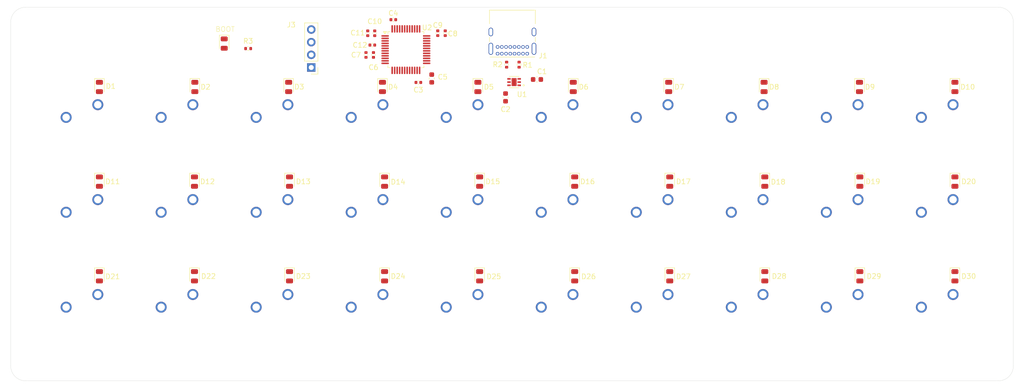
<source format=kicad_pcb>
(kicad_pcb (version 20240108) (generator "pcbnew") (generator_version "8.0")
  (title_block (title "Keyboard based on STM32L0xx") (date "2024-05-06") (rev "0.1") (company "https://github.com/Challmymind"))
  (layers (0 "F.Cu" signal) (31 "B.Cu" power) (34 "B.Paste" user) (35 "F.Paste" user) (36 "B.SilkS" user "B.Silkscreen") (37 "F.SilkS" user "F.Silkscreen") (38 "B.Mask" user) (39 "F.Mask" user) (44 "Edge.Cuts" user))
  (net 0 "")
  (net 1 "+5V")
  (net 2 "GND")
  (net 3 "+3.3V")
  (net 4 "/mcu/NRST")
  (net 5 "Net-(D1-A)")
  (net 6 "/matrix/ROW0")
  (net 7 "Net-(D2-A)")
  (net 8 "Net-(D3-A)")
  (net 9 "Net-(D4-A)")
  (net 10 "Net-(D5-A)")
  (net 11 "Net-(D6-A)")
  (net 12 "/matrix/ROW1")
  (net 13 "Net-(D7-A)")
  (net 14 "Net-(D8-A)")
  (net 15 "Net-(D9-A)")
  (net 16 "Net-(D10-A)")
  (net 17 "Net-(D11-A)")
  (net 18 "/matrix/ROW2")
  (net 19 "Net-(D12-A)")
  (net 20 "Net-(D13-A)")
  (net 21 "Net-(D14-A)")
  (net 22 "Net-(D15-A)")
  (net 23 "Net-(J1-CC1)")
  (net 26 "/mcu/USB_D+")
  (net 30 "/mcu/USB_D-")
  (net 32 "Net-(J1-CC2)")
  (net 33 "/mcu/SWDIO")
  (net 34 "/mcu/SWCLK")
  (net 35 "/mcu/boot0")
  (net 36 "/mcu/BOOT0")
  (net 37 "/matrix/COL0")
  (net 38 "/matrix/COL1")
  (net 39 "/matrix/COL2")
  (net 40 "/matrix/COL3")
  (net 41 "/matrix/COL4")
  (net 43 "Net-(D16-A)")
  (net 45 "Net-(D17-A)")
  (net 50 "Net-(D18-A)")
  (net 52 "Net-(D19-A)")
  (net 57 "Net-(D20-A)")
  (net 59 "Net-(D21-A)")
  (net 60 "Net-(D22-A)")
  (net 65 "Net-(D23-A)")
  (net 66 "Net-(D24-A)")
  (net 67 "Net-(D25-A)")
  (net 68 "Net-(D26-A)")
  (net 69 "Net-(D27-A)")
  (net 70 "Net-(D28-A)")
  (net 71 "Net-(D29-A)")
  (net 72 "Net-(D30-A)")
  (net 73 "/matrix/COL5")
  (net 74 "/matrix/COL6")
  (net 75 "/matrix/COL7")
  (net 76 "/matrix/COL8")
  (net 77 "/matrix/COL9")
  (footprint "Diode_SMD:D_0805_2012Metric" (layer "F.Cu") (at 137.523334 99.5075 -90)
    (property "Reference" "D4" (at 0 -2.126666 180) (layer "F.SilkS"))
    (property "Value" "D")
    (pad "1" smd roundrect (at -0.9375 0 270) (size 0.975 1.4) (layers "F.Cu" "F.Paste" "F.Mask") (net 6 "/matrix/ROW0"))
    (pad "2" smd roundrect (at 0.9375 0 270) (size 0.975 1.4) (layers "F.Cu" "F.Paste" "F.Mask") (net 9 "Net-(D4-A)"))
  )
  (footprint "Diode_SMD:D_0805_2012Metric" (layer "F.Cu") (at 233.227776 118.5075 -90)
    (property "Reference" "D19" (at 0 -2.622224 180) (layer "F.SilkS"))
    (property "Value" "D")
    (pad "1" smd roundrect (at -0.9375 0 270) (size 0.975 1.4) (layers "F.Cu" "F.Paste" "F.Mask") (net 12 "/matrix/ROW1"))
    (pad "2" smd roundrect (at 0.9375 0 270) (size 0.975 1.4) (layers "F.Cu" "F.Paste" "F.Mask") (net 52 "Net-(D19-A)"))
  )
  (footprint "Diode_SMD:D_0805_2012Metric" (layer "F.Cu") (at 99.838891 118.5075 -90)
    (property "Reference" "D12" (at 0 -2.611109 180) (layer "F.SilkS"))
    (property "Value" "D")
    (pad "1" smd roundrect (at -0.9375 0 270) (size 0.975 1.4) (layers "F.Cu" "F.Paste" "F.Mask") (net 12 "/matrix/ROW1"))
    (pad "2" smd roundrect (at 0.9375 0 270) (size 0.975 1.4) (layers "F.Cu" "F.Paste" "F.Mask") (net 19 "Net-(D12-A)"))
  )
  (footprint "MountingHole:MountingHole_2.1mm" (layer "F.Cu") (at 66 86.5)
    (property "Reference" "H1" (hide yes))
    (property "Value" "MountingHole")
    (pad "" np_thru_hole circle (at 0 0) (size 2.1 2.1) (drill 2.1) (layers "*.Cu" "*.Mask"))
  )
  (footprint "Diode_SMD:D_0805_2012Metric" (layer "F.Cu") (at 175.776666 99.5075 -90)
    (property "Reference" "D6" (at 0 -2.073334 180) (layer "F.SilkS"))
    (property "Value" "D")
    (pad "1" smd roundrect (at -0.9375 0 270) (size 0.975 1.4) (layers "F.Cu" "F.Paste" "F.Mask") (net 6 "/matrix/ROW0"))
    (pad "2" smd roundrect (at 0.9375 0 270) (size 0.975 1.4) (layers "F.Cu" "F.Paste" "F.Mask") (net 11 "Net-(D6-A)"))
  )
  (footprint "my_switch:SW_Cherry_MX_1.00u_PCB" (layer "F.Cu") (at 118.56 122.12)
    (property "Reference" "SW13" (hide yes))
    (property "Value" "SW_Push")
    (pad "" np_thru_hole circle (at -7.62 5.08) (size 1.7 1.7) (drill 1.7) (layers "*.Cu" "*.Mask"))
    (pad "" np_thru_hole circle (at -2.54 5.08) (size 4 4) (drill 4) (layers "*.Cu" "*.Mask"))
    (pad "" np_thru_hole circle (at 2.54 5.08) (size 1.7 1.7) (drill 1.7) (layers "*.Cu" "*.Mask"))
    (pad "1" thru_hole circle (at 0 0) (size 2.2 2.2) (drill 1.5) (layers "*.Cu" "*.Mask") (net 20 "Net-(D13-A)"))
    (pad "2" thru_hole circle (at -6.35 2.54) (size 2.2 2.2) (drill 1.5) (layers "*.Cu" "*.Mask") (net 39 "/matrix/COL2"))
  )
  (footprint "my_switch:SW_Cherry_MX_1.00u_PCB" (layer "F.Cu") (at 137.61 141.17)
    (property "Reference" "SW24" (hide yes))
    (property "Value" "SW_Push")
    (pad "" np_thru_hole circle (at -7.62 5.08) (size 1.7 1.7) (drill 1.7) (layers "*.Cu" "*.Mask"))
    (pad "" np_thru_hole circle (at -2.54 5.08) (size 4 4) (drill 4) (layers "*.Cu" "*.Mask"))
    (pad "" np_thru_hole circle (at 2.54 5.08) (size 1.7 1.7) (drill 1.7) (layers "*.Cu" "*.Mask"))
    (pad "1" thru_hole circle (at 0 0) (size 2.2 2.2) (drill 1.5) (layers "*.Cu" "*.Mask") (net 66 "Net-(D24-A)"))
    (pad "2" thru_hole circle (at -6.35 2.54) (size 2.2 2.2) (drill 1.5) (layers "*.Cu" "*.Mask") (net 40 "/matrix/COL3"))
  )
  (footprint "Capacitor_SMD:C_0402_1005Metric" (layer "F.Cu") (at 135.72 93.08 90)
    (property "Reference" "C6" (at -2.5 0 0) (layer "F.SilkS"))
    (property "Value" "100n")
    (pad "1" smd roundrect (at -0.48 0 90) (size 0.56 0.62) (layers "F.Cu" "F.Paste" "F.Mask") (net 3 "+3.3V"))
    (pad "2" smd roundrect (at 0.48 0 90) (size 0.56 0.62) (layers "F.Cu" "F.Paste" "F.Mask") (net 2 "GND"))
  )
  (footprint "Diode_SMD:D_0805_2012Metric" (layer "F.Cu") (at 137.950001 137.5075 -90)
    (property "Reference" "D24" (at 0 -2.699999 180) (layer "F.SilkS"))
    (property "Value" "D")
    (pad "1" smd roundrect (at -0.9375 0 270) (size 0.975 1.4) (layers "F.Cu" "F.Paste" "F.Mask") (net 18 "/matrix/ROW2"))
    (pad "2" smd roundrect (at 0.9375 0 270) (size 0.975 1.4) (layers "F.Cu" "F.Paste" "F.Mask") (net 66 "Net-(D24-A)"))
  )
  (footprint "Diode_SMD:D_0805_2012Metric" (layer "F.Cu") (at 80.783336 137.5075 -90)
    (property "Reference" "D21" (at 0.0625 -2.666664 180) (layer "F.SilkS"))
    (property "Value" "D")
    (pad "1" smd roundrect (at -0.9375 0 270) (size 0.975 1.4) (layers "F.Cu" "F.Paste" "F.Mask") (net 18 "/matrix/ROW2"))
    (pad "2" smd roundrect (at 0.9375 0 270) (size 0.975 1.4) (layers "F.Cu" "F.Paste" "F.Mask") (net 59 "Net-(D21-A)"))
  )
  (footprint "Diode_SMD:D_0805_2012Metric" (layer "F.Cu") (at 233.227776 137.5075 -90)
    (property "Reference" "D29" (at 0 -2.822224 180) (layer "F.SilkS"))
    (property "Value" "D")
    (pad "1" smd roundrect (at -0.9375 0 270) (size 0.975 1.4) (layers "F.Cu" "F.Paste" "F.Mask") (net 18 "/matrix/ROW2"))
    (pad "2" smd roundrect (at 0.9375 0 270) (size 0.975 1.4) (layers "F.Cu" "F.Paste" "F.Mask") (net 71 "Net-(D29-A)"))
  )
  (footprint "my_switch:SW_Cherry_MX_1.00u_PCB" (layer "F.Cu") (at 251.91 141.17)
    (property "Reference" "SW30" (hide yes))
    (property "Value" "SW_Push")
    (pad "" np_thru_hole circle (at -7.62 5.08) (size 1.7 1.7) (drill 1.7) (layers "*.Cu" "*.Mask"))
    (pad "" np_thru_hole circle (at -2.54 5.08) (size 4 4) (drill 4) (layers "*.Cu" "*.Mask"))
    (pad "" np_thru_hole circle (at 2.54 5.08) (size 1.7 1.7) (drill 1.7) (layers "*.Cu" "*.Mask"))
    (pad "1" thru_hole circle (at 0 0) (size 2.2 2.2) (drill 1.5) (layers "*.Cu" "*.Mask") (net 72 "Net-(D30-A)"))
    (pad "2" thru_hole circle (at -6.35 2.54) (size 2.2 2.2) (drill 1.5) (layers "*.Cu" "*.Mask") (net 77 "/matrix/COL9"))
  )
  (footprint "Connector_PinHeader_2.54mm:PinHeader_1x04_P2.54mm_Vertical" (layer "F.Cu") (at 123.25 95.6 180)
    (property "Reference" "J3" (at 4 8.55 180) (layer "F.SilkS"))
    (property "Value" "Conn_01x04_Pin")
    (pad "1" thru_hole rect (at 0 0 180) (size 1.7 1.7) (drill 1) (layers "*.Cu" "*.Mask") (net 3 "+3.3V"))
    (pad "2" thru_hole oval (at 0 2.54 180) (size 1.7 1.7) (drill 1) (layers "*.Cu" "*.Mask") (net 33 "/mcu/SWDIO"))
    (pad "3" thru_hole oval (at 0 5.08 180) (size 1.7 1.7) (drill 1) (layers "*.Cu" "*.Mask") (net 34 "/mcu/SWCLK"))
    (pad "4" thru_hole oval (at 0 7.62 180) (size 1.7 1.7) (drill 1) (layers "*.Cu" "*.Mask") (net 2 "GND"))
  )
  (footprint "Diode_SMD:D_0805_2012Metric" (layer "F.Cu") (at 118.894446 118.5075 -90)
    (property "Reference" "D13" (at 0 -2.755554 180) (layer "F.SilkS"))
    (property "Value" "D")
    (pad "1" smd roundrect (at -0.9375 0 270) (size 0.975 1.4) (layers "F.Cu" "F.Paste" "F.Mask") (net 12 "/matrix/ROW1"))
    (pad "2" smd roundrect (at 0.9375 0 270) (size 0.975 1.4) (layers "F.Cu" "F.Paste" "F.Mask") (net 20 "Net-(D13-A)"))
  )
  (footprint "Capacitor_SMD:C_0402_1005Metric" (layer "F.Cu") (at 150.1075 88.7175 90)
    (property "Reference" "C8" (at -0.1 1.5 0) (layer "F.SilkS"))
    (property "Value" "100n")
    (pad "1" smd roundrect (at -0.48 0 90) (size 0.56 0.62) (layers "F.Cu" "F.Paste" "F.Mask") (net 3 "+3.3V"))
    (pad "2" smd roundrect (at 0.48 0 90) (size 0.56 0.62) (layers "F.Cu" "F.Paste" "F.Mask") (net 2 "GND"))
  )
  (footprint "Diode_SMD:D_0805_2012Metric" (layer "F.Cu") (at 195.116666 118.5075 -90)
    (property "Reference" "D17" (at 0 -2.733334 180) (layer "F.SilkS"))
    (property "Value" "D")
    (pad "1" smd roundrect (at -0.9375 0 270) (size 0.975 1.4) (layers "F.Cu" "F.Paste" "F.Mask") (net 12 "/matrix/ROW1"))
    (pad "2" smd roundrect (at 0.9375 0 270) (size 0.975 1.4) (layers "F.Cu" "F.Paste" "F.Mask") (net 45 "Net-(D17-A)"))
  )
  (footprint "my_switch:SW_Cherry_MX_1.00u_PCB" (layer "F.Cu") (at 156.66 141.17)
    (property "Reference" "SW25" (hide yes))
    (property "Value" "SW_Push")
    (pad "" np_thru_hole circle (at -7.62 5.08) (size 1.7 1.7) (drill 1.7) (layers "*.Cu" "*.Mask"))
    (pad "" np_thru_hole circle (at -2.54 5.08) (size 4 4) (drill 4) (layers "*.Cu" "*.Mask"))
    (pad "" np_thru_hole circle (at 2.54 5.08) (size 1.7 1.7) (drill 1.7) (layers "*.Cu" "*.Mask"))
    (pad "1" thru_hole circle (at 0 0) (size 2.2 2.2) (drill 1.5) (layers "*.Cu" "*.Mask") (net 67 "Net-(D25-A)"))
    (pad "2" thru_hole circle (at -6.35 2.54) (size 2.2 2.2) (drill 1.5) (layers "*.Cu" "*.Mask") (net 41 "/matrix/COL4"))
  )
  (footprint "MountingHole:MountingHole_2.1mm" (layer "F.Cu") (at 261 86.5)
    (property "Reference" "H2" (hide yes))
    (property "Value" "MountingHole")
    (pad "" np_thru_hole circle (at 0 0) (size 2.1 2.1) (drill 2.1) (layers "*.Cu" "*.Mask"))
  )
  (footprint "Diode_SMD:D_0805_2012Metric" (layer "F.Cu") (at 252.283336 99.5075 -90)
    (property "Reference" "D10" (at 0 -2.566664 180) (layer "F.SilkS"))
    (property "Value" "D")
    (pad "1" smd roundrect (at -0.9375 0 270) (size 0.975 1.4) (layers "F.Cu" "F.Paste" "F.Mask") (net 6 "/matrix/ROW0"))
    (pad "2" smd roundrect (at 0.9375 0 270) (size 0.975 1.4) (layers "F.Cu" "F.Paste" "F.Mask") (net 16 "Net-(D10-A)"))
  )
  (footprint "Diode_SMD:D_0805_2012Metric" (layer "F.Cu") (at 214.029998 99.5075 -90)
    (property "Reference" "D8" (at 0 -2.020002 180) (layer "F.SilkS"))
    (property "Value" "D")
    (pad "1" smd roundrect (at -0.9375 0 270) (size 0.975 1.4) (layers "F.Cu" "F.Paste" "F.Mask") (net 6 "/matrix/ROW0"))
    (pad "2" smd roundrect (at 0.9375 0 270) (size 0.975 1.4) (layers "F.Cu" "F.Paste" "F.Mask") (net 14 "Net-(D8-A)"))
  )
  (footprint "my_switch:SW_Cherry_MX_1.00u_PCB" (layer "F.Cu") (at 99.51 141.17)
    (property "Reference" "SW22" (hide yes))
    (property "Value" "SW_Push")
    (pad "" np_thru_hole circle (at -7.62 5.08) (size 1.7 1.7) (drill 1.7) (layers "*.Cu" "*.Mask"))
    (pad "" np_thru_hole circle (at -2.54 5.08) (size 4 4) (drill 4) (layers "*.Cu" "*.Mask"))
    (pad "" np_thru_hole circle (at 2.54 5.08) (size 1.7 1.7) (drill 1.7) (layers "*.Cu" "*.Mask"))
    (pad "1" thru_hole circle (at 0 0) (size 2.2 2.2) (drill 1.5) (layers "*.Cu" "*.Mask") (net 60 "Net-(D22-A)"))
    (pad "2" thru_hole circle (at -6.35 2.54) (size 2.2 2.2) (drill 1.5) (layers "*.Cu" "*.Mask") (net 38 "/matrix/COL1"))
  )
  (footprint "my_switch:SW_Cherry_MX_1.00u_PCB" (layer "F.Cu") (at 232.86 122.12)
    (property "Reference" "SW19" (hide yes))
    (property "Value" "SW_Push")
    (pad "" np_thru_hole circle (at -7.62 5.08) (size 1.7 1.7) (drill 1.7) (layers "*.Cu" "*.Mask"))
    (pad "" np_thru_hole circle (at -2.54 5.08) (size 4 4) (drill 4) (layers "*.Cu" "*.Mask"))
    (pad "" np_thru_hole circle (at 2.54 5.08) (size 1.7 1.7) (drill 1.7) (layers "*.Cu" "*.Mask"))
    (pad "1" thru_hole circle (at 0 0) (size 2.2 2.2) (drill 1.5) (layers "*.Cu" "*.Mask") (net 52 "Net-(D19-A)"))
    (pad "2" thru_hole circle (at -6.35 2.54) (size 2.2 2.2) (drill 1.5) (layers "*.Cu" "*.Mask") (net 76 "/matrix/COL8"))
  )
  (footprint "my_switch:SW_Cherry_MX_1.00u_PCB" (layer "F.Cu") (at 251.91 103.07)
    (property "Reference" "SW10" (hide yes))
    (property "Value" "SW_Push")
    (pad "" np_thru_hole circle (at -7.62 5.08) (size 1.7 1.7) (drill 1.7) (layers "*.Cu" "*.Mask"))
    (pad "" np_thru_hole circle (at -2.54 5.08) (size 4 4) (drill 4) (layers "*.Cu" "*.Mask"))
    (pad "" np_thru_hole circle (at 2.54 5.08) (size 1.7 1.7) (drill 1.7) (layers "*.Cu" "*.Mask"))
    (pad "1" thru_hole circle (at 0 0) (size 2.2 2.2) (drill 1.5) (layers "*.Cu" "*.Mask") (net 16 "Net-(D10-A)"))
    (pad "2" thru_hole circle (at -6.35 2.54) (size 2.2 2.2) (drill 1.5) (layers "*.Cu" "*.Mask") (net 77 "/matrix/COL9"))
  )
  (footprint "Diode_SMD:D_0805_2012Metric" (layer "F.Cu") (at 118.894446 137.5075 -90)
    (property "Reference" "D23" (at 0 -2.755554 180) (layer "F.SilkS"))
    (property "Value" "D")
    (pad "1" smd roundrect (at -0.9375 0 270) (size 0.975 1.4) (layers "F.Cu" "F.Paste" "F.Mask") (net 18 "/matrix/ROW2"))
    (pad "2" smd roundrect (at 0.9375 0 270) (size 0.975 1.4) (layers "F.Cu" "F.Paste" "F.Mask") (net 65 "Net-(D23-A)"))
  )
  (footprint "Diode_SMD:D_0805_2012Metric" (layer "F.Cu") (at 252.283336 118.5075 -90)
    (property "Reference" "D20" (at 0 -2.766664 180) (layer "F.SilkS"))
    (property "Value" "D")
    (pad "1" smd roundrect (at -0.9375 0 270) (size 0.975 1.4) (layers "F.Cu" "F.Paste" "F.Mask") (net 12 "/matrix/ROW1"))
    (pad "2" smd roundrect (at 0.9375 0 270) (size 0.975 1.4) (layers "F.Cu" "F.Paste" "F.Mask") (net 57 "Net-(D20-A)"))
  )
  (footprint "Diode_SMD:D_0805_2012Metric" (layer "F.Cu") (at 80.783336 99.5075 -90)
    (property "Reference" "D1" (at -0.1375 -2.266664 180) (layer "F.SilkS"))
    (property "Value" "D")
    (pad "1" smd roundrect (at -0.9375 0 270) (size 0.975 1.4) (layers "F.Cu" "F.Paste" "F.Mask") (net 6 "/matrix/ROW0"))
    (pad "2" smd roundrect (at 0.9375 0 270) (size 0.975 1.4) (layers "F.Cu" "F.Paste" "F.Mask") (net 5 "Net-(D1-A)"))
  )
  (footprint "Diode_SMD:D_0805_2012Metric" (layer "F.Cu") (at 195.116666 137.5075 -90)
    (property "Reference" "D27" (at 0.0625 -2.733334 180) (layer "F.SilkS"))
    (property "Value" "D")
    (pad "1" smd roundrect (at -0.9375 0 270) (size 0.975 1.4) (layers "F.Cu" "F.Paste" "F.Mask") (net 18 "/matrix/ROW2"))
    (pad "2" smd roundrect (at 0.9375 0 270) (size 0.975 1.4) (layers "F.Cu" "F.Paste" "F.Mask") (net 69 "Net-(D27-A)"))
  )
  (footprint "my_switch:SW_Cherry_MX_1.00u_PCB" (layer "F.Cu") (at 156.66 103.07)
    (property "Reference" "SW5" (hide yes))
    (property "Value" "SW_Push")
    (pad "" np_thru_hole circle (at -7.62 5.08) (size 1.7 1.7) (drill 1.7) (layers "*.Cu" "*.Mask"))
    (pad "" np_thru_hole circle (at -2.54 5.08) (size 4 4) (drill 4) (layers "*.Cu" "*.Mask"))
    (pad "" np_thru_hole circle (at 2.54 5.08) (size 1.7 1.7) (drill 1.7) (layers "*.Cu" "*.Mask"))
    (pad "1" thru_hole circle (at 0 0) (size 2.2 2.2) (drill 1.5) (layers "*.Cu" "*.Mask") (net 10 "Net-(D5-A)"))
    (pad "2" thru_hole circle (at -6.35 2.54) (size 2.2 2.2) (drill 1.5) (layers "*.Cu" "*.Mask") (net 41 "/matrix/COL4"))
  )
  (footprint "Package_QFP:LQFP-48_7x7mm_P0.5mm" (layer "F.Cu") (at 142.22 92.0125)
    (property "Reference" "U2" (at 4.25 -4.4125 0) (layer "F.SilkS"))
    (property "Value" "STM32L053C8T6")
    (pad "1" smd roundrect (at -4.1625 -2.75) (size 1.475 0.3) (layers "F.Cu" "F.Paste" "F.Mask") (net 3 "+3.3V"))
    (pad "2" smd roundrect (at -4.1625 -2.25) (size 1.475 0.3) (layers "F.Cu" "F.Paste" "F.Mask"))
    (pad "3" smd roundrect (at -4.1625 -1.75) (size 1.475 0.3) (layers "F.Cu" "F.Paste" "F.Mask"))
    (pad "4" smd roundrect (at -4.1625 -1.25) (size 1.475 0.3) (layers "F.Cu" "F.Paste" "F.Mask"))
    (pad "5" smd roundrect (at -4.1625 -0.75) (size 1.475 0.3) (layers "F.Cu" "F.Paste" "F.Mask"))
    (pad "6" smd roundrect (at -4.1625 -0.25) (size 1.475 0.3) (layers "F.Cu" "F.Paste" "F.Mask"))
    (pad "7" smd roundrect (at -4.1625 0.25) (size 1.475 0.3) (layers "F.Cu" "F.Paste" "F.Mask") (net 4 "/mcu/NRST"))
    (pad "8" smd roundrect (at -4.1625 0.75) (size 1.475 0.3) (layers "F.Cu" "F.Paste" "F.Mask") (net 2 "GND"))
    (pad "9" smd roundrect (at -4.1625 1.25) (size 1.475 0.3) (layers "F.Cu" "F.Paste" "F.Mask") (net 3 "+3.3V"))
    (pad "10" smd roundrect (at -4.1625 1.75) (size 1.475 0.3) (layers "F.Cu" "F.Paste" "F.Mask"))
    (pad "11" smd roundrect (at -4.1625 2.25) (size 1.475 0.3) (layers "F.Cu" "F.Paste" "F.Mask"))
    (pad "12" smd roundrect (at -4.1625 2.75) (size 1.475 0.3) (layers "F.Cu" "F.Paste" "F.Mask"))
    (pad "13" smd roundrect (at -2.75 4.1625) (size 0.3 1.475) (layers "F.Cu" "F.Paste" "F.Mask") (net 37 "/matrix/COL0"))
    (pad "14" smd roundrect (at -2.25 4.1625) (size 0.3 1.475) (layers "F.Cu" "F.Paste" "F.Mask") (net 38 "/matrix/COL1"))
    (pad "15" smd roundrect (at -1.75 4.1625) (size 0.3 1.475) (layers "F.Cu" "F.Paste" "F.Mask") (net 39 "/matrix/COL2"))
    (pad "16" smd roundrect (at -1.25 4.1625) (size 0.3 1.475) (layers "F.Cu" "F.Paste" "F.Mask") (net 40 "/matrix/COL3"))
    (pad "17" smd roundrect (at -0.75 4.1625) (size 0.3 1.475) (layers "F.Cu" "F.Paste" "F.Mask") (net 41 "/matrix/COL4"))
    (pad "18" smd roundrect (at -0.25 4.1625) (size 0.3 1.475) (layers "F.Cu" "F.Paste" "F.Mask"))
    (pad "19" smd roundrect (at 0.25 4.1625) (size 0.3 1.475) (layers "F.Cu" "F.Paste" "F.Mask"))
    (pad "20" smd roundrect (at 0.75 4.1625) (size 0.3 1.475) (layers "F.Cu" "F.Paste" "F.Mask"))
    (pad "21" smd roundrect (at 1.25 4.1625) (size 0.3 1.475) (layers "F.Cu" "F.Paste" "F.Mask"))
    (pad "22" smd roundrect (at 1.75 4.1625) (size 0.3 1.475) (layers "F.Cu" "F.Paste" "F.Mask"))
    (pad "23" smd roundrect (at 2.25 4.1625) (size 0.3 1.475) (layers "F.Cu" "F.Paste" "F.Mask") (net 2 "GND"))
    (pad "24" smd roundrect (at 2.75 4.1625) (size 0.3 1.475) (layers "F.Cu" "F.Paste" "F.Mask") (net 3 "+3.3V"))
    (pad "25" smd roundrect (at 4.1625 2.75) (size 1.475 0.3) (layers "F.Cu" "F.Paste" "F.Mask") (net 77 "/matrix/COL9"))
    (pad "26" smd roundrect (at 4.1625 2.25) (size 1.475 0.3) (layers "F.Cu" "F.Paste" "F.Mask") (net 76 "/matrix/COL8"))
    (pad "27" smd roundrect (at 4.1625 1.75) (size 1.475 0.3) (layers "F.Cu" "F.Paste" "F.Mask") (net 75 "/matrix/COL7"))
    (pad "28" smd roundrect (at 4.1625 1.25) (size 1.475 0.3) (layers "F.Cu" "F.Paste" "F.Mask") (net 74 "/matrix/COL6"))
    (pad "29" smd roundrect (at 4.1625 0.75) (size 1.475 0.3) (layers "F.Cu" "F.Paste" "F.Mask") (net 73 "/matrix/COL5"))
    (pad "30" smd roundrect (at 4.1625 0.25) (size 1.475 0.3) (layers "F.Cu" "F.Paste" "F.Mask"))
    (pad "31" smd roundrect (at 4.1625 -0.25) (size 1.475 0.3) (layers "F.Cu" "F.Paste" "F.Mask"))
    (pad "32" smd roundrect (at 4.1625 -0.75) (size 1.475 0.3) (layers "F.Cu" "F.Paste" "F.Mask") (net 30 "/mcu/USB_D-"))
    (pad "33" smd roundrect (at 4.1625 -1.25) (size 1.475 0.3) (layers "F.Cu" "F.Paste" "F.Mask") (net 26 "/mcu/USB_D+"))
    (pad "34" smd roundrect (at 4.1625 -1.75) (size 1.475 0.3) (layers "F.Cu" "F.Paste" "F.Mask") (net 33 "/mcu/SWDIO"))
    (pad "35" smd roundrect (at 4.1625 -2.25) (size 1.475 0.3) (layers "F.Cu" "F.Paste" "F.Mask") (net 2 "GND"))
    (pad "36" smd roundrect (at 4.1625 -2.75) (size 1.475 0.3) (layers "F.Cu" "F.Paste" "F.Mask") (net 3 "+3.3V"))
    (pad "37" smd roundrect (at 2.75 -4.1625) (size 0.3 1.475) (layers "F.Cu" "F.Paste" "F.Mask") (net 34 "/mcu/SWCLK"))
    (pad "38" smd roundrect (at 2.25 -4.1625) (size 0.3 1.475) (layers "F.Cu" "F.Paste" "F.Mask"))
    (pad "39" smd roundrect (at 1.75 -4.1625) (size 0.3 1.475) (layers "F.Cu" "F.Paste" "F.Mask"))
    (pad "40" smd roundrect (at 1.25 -4.1625) (size 0.3 1.475) (layers "F.Cu" "F.Paste" "F.Mask") (net 18 "/matrix/ROW2"))
    (pad "41" smd roundrect (at 0.75 -4.1625) (size 0.3 1.475) (layers "F.Cu" "F.Paste" "F.Mask") (net 12 "/matrix/ROW1"))
    (pad "42" smd roundrect (at 0.25 -4.1625) (size 0.3 1.475) (layers "F.Cu" "F.Paste" "F.Mask") (net 6 "/matrix/ROW0"))
    (pad "43" smd roundrect (at -0.25 -4.1625) (size 0.3 1.475) (layers "F.Cu" "F.Paste" "F.Mask"))
    (pad "44" smd roundrect (at -0.75 -4.1625) (size 0.3 1.475) (layers "F.Cu" "F.Paste" "F.Mask") (net 36 "/mcu/BOOT0"))
    (pad "45" smd roundrect (at -1.25 -4.1625) (size 0.3 1.475) (layers "F.Cu" "F.Paste" "F.Mask"))
    (pad "46" smd roundrect (at -1.75 -4.1625) (size 0.3 1.475) (layers "F.Cu" "F.Paste" "F.Mask"))
    (pad "47" smd roundrect (at -2.25 -4.1625) (size 0.3 1.475) (layers "F.Cu" "F.Paste" "F.Mask") (net 2 "GND"))
    (pad "48" smd roundrect (at -2.75 -4.1625) (size 0.3 1.475) (layers "F.Cu" "F.Paste" "F.Mask") (net 3 "+3.3V"))
  )
  (footprint "my_switch:SW_Cherry_MX_1.00u_PCB" (layer "F.Cu") (at 194.76 141.17)
    (property "Reference" "SW27" (hide yes))
    (property "Value" "SW_Push")
    (pad "" np_thru_hole circle (at -7.62 5.08) (size 1.7 1.7) (drill 1.7) (layers "*.Cu" "*.Mask"))
    (pad "" np_thru_hole circle (at -2.54 5.08) (size 4 4) (drill 4) (layers "*.Cu" "*.Mask"))
    (pad "" np_thru_hole circle (at 2.54 5.08) (size 1.7 1.7) (drill 1.7) (layers "*.Cu" "*.Mask"))
    (pad "1" thru_hole circle (at 0 0) (size 2.2 2.2) (drill 1.5) (layers "*.Cu" "*.Mask") (net 69 "Net-(D27-A)"))
    (pad "2" thru_hole circle (at -6.35 2.54) (size 2.2 2.2) (drill 1.5) (layers "*.Cu" "*.Mask") (net 74 "/matrix/COL6"))
  )
  (footprint "my_switch:SW_Cherry_MX_1.00u_PCB" (layer "F.Cu") (at 213.81 141.17)
    (property "Reference" "SW28" (hide yes))
    (property "Value" "SW_Push")
    (pad "" np_thru_hole circle (at -7.62 5.08) (size 1.7 1.7) (drill 1.7) (layers "*.Cu" "*.Mask"))
    (pad "" np_thru_hole circle (at -2.54 5.08) (size 4 4) (drill 4) (layers "*.Cu" "*.Mask"))
    (pad "" np_thru_hole circle (at 2.54 5.08) (size 1.7 1.7) (drill 1.7) (layers "*.Cu" "*.Mask"))
    (pad "1" thru_hole circle (at 0 0) (size 2.2 2.2) (drill 1.5) (layers "*.Cu" "*.Mask") (net 70 "Net-(D28-A)"))
    (pad "2" thru_hole circle (at -6.35 2.54) (size 2.2 2.2) (drill 1.5) (layers "*.Cu" "*.Mask") (net 75 "/matrix/COL7"))
  )
  (footprint "Capacitor_SMD:C_0603_1608Metric" (layer "F.Cu") (at 147.4 97.8 90)
    (property "Reference" "C5" (at 0.3 2.2 0) (layer "F.SilkS"))
    (property "Value" "10u")
    (pad "1" smd roundrect (at -0.775 0 90) (size 0.9 0.95) (layers "F.Cu" "F.Paste" "F.Mask") (net 3 "+3.3V"))
    (pad "2" smd roundrect (at 0.775 0 90) (size 0.9 0.95) (layers "F.Cu" "F.Paste" "F.Mask") (net 2 "GND"))
  )
  (footprint "Capacitor_SMD:C_0402_1005Metric" (layer "F.Cu") (at 135.49 91.1 180)
    (property "Reference" "C12" (at 2.48 0 180) (layer "F.SilkS"))
    (property "Value" "100n")
    (pad "1" smd roundrect (at -0.48 0 180) (size 0.56 0.62) (layers "F.Cu" "F.Paste" "F.Mask") (net 4 "/mcu/NRST"))
    (pad "2" smd roundrect (at 0.48 0 180) (size 0.56 0.62) (layers "F.Cu" "F.Paste" "F.Mask") (net 2 "GND"))
  )
  (footprint "my_switch:SW_Cherry_MX_1.00u_PCB" (layer "F.Cu") (at 232.86 141.17)
    (property "Reference" "SW29" (hide yes))
    (property "Value" "SW_Push")
    (pad "" np_thru_hole circle (at -7.62 5.08) (size 1.7 1.7) (drill 1.7) (layers "*.Cu" "*.Mask"))
    (pad "" np_thru_hole circle (at -2.54 5.08) (size 4 4) (drill 4) (layers "*.Cu" "*.Mask"))
    (pad "" np_thru_hole circle (at 2.54 5.08) (size 1.7 1.7) (drill 1.7) (layers "*.Cu" "*.Mask"))
    (pad "1" thru_hole circle (at 0 0) (size 2.2 2.2) (drill 1.5) (layers "*.Cu" "*.Mask") (net 71 "Net-(D29-A)"))
    (pad "2" thru_hole circle (at -6.35 2.54) (size 2.2 2.2) (drill 1.5) (layers "*.Cu" "*.Mask") (net 76 "/matrix/COL8"))
  )
  (footprint "Diode_SMD:D_0805_2012Metric" (layer "F.Cu") (at 105.8 90.8 -90)
    (property "Reference" "SW31" (hide yes))
    (property "Value" "SW_Push")
    (pad "1" smd roundrect (at -0.9375 0 270) (size 0.975 1.4) (layers "F.Cu" "F.Paste" "F.Mask") (net 3 "+3.3V"))
    (pad "2" smd roundrect (at 0.9375 0 270) (size 0.975 1.4) (layers "F.Cu" "F.Paste" "F.Mask") (net 35 "/mcu/boot0"))
  )
  (footprint "Diode_SMD:D_0805_2012Metric" (layer "F.Cu") (at 233.156664 99.5075 -90)
    (property "Reference" "D9" (at 0 -2.093336 180) (layer "F.SilkS"))
    (property "Value" "D")
    (pad "1" smd roundrect (at -0.9375 0 270) (size 0.975 1.4) (layers "F.Cu" "F.Paste" "F.Mask") (net 6 "/matrix/ROW0"))
    (pad "2" smd roundrect (at 0.9375 0 270) (size 0.975 1.4) (layers "F.Cu" "F.Paste" "F.Mask") (net 15 "Net-(D9-A)"))
  )
  (footprint "Diode_SMD:D_0805_2012Metric" (layer "F.Cu") (at 214.172221 137.5075 -90)
    (property "Reference" "D28" (at 0 -2.877779 180) (layer "F.SilkS"))
    (property "Value" "D")
    (pad "1" smd roundrect (at -0.9375 0 270) (size 0.975 1.4) (layers "F.Cu" "F.Paste" "F.Mask") (net 18 "/matrix/ROW2"))
    (pad "2" smd roundrect (at 0.9375 0 270) (size 0.975 1.4) (layers "F.Cu" "F.Paste" "F.Mask") (net 70 "Net-(D28-A)"))
  )
  (footprint "my_switch:SW_Cherry_MX_1.00u_PCB" (layer "F.Cu") (at 213.81 103.07)
    (property "Reference" "SW8" (hide yes))
    (property "Value" "SW_Push")
    (pad "" np_thru_hole circle (at -7.62 5.08) (size 1.7 1.7) (drill 1.7) (layers "*.Cu" "*.Mask"))
    (pad "" np_thru_hole circle (at -2.54 5.08) (size 4 4) (drill 4) (layers "*.Cu" "*.Mask"))
    (pad "" np_thru_hole circle (at 2.54 5.08) (size 1.7 1.7) (drill 1.7) (layers "*.Cu" "*.Mask"))
    (pad "1" thru_hole circle (at 0 0) (size 2.2 2.2) (drill 1.5) (layers "*.Cu" "*.Mask") (net 14 "Net-(D8-A)"))
    (pad "2" thru_hole circle (at -6.35 2.54) (size 2.2 2.2) (drill 1.5) (layers "*.Cu" "*.Mask") (net 75 "/matrix/COL7"))
  )
  (footprint "Diode_SMD:D_0805_2012Metric" (layer "F.Cu") (at 80.783336 118.5075 -90)
    (property "Reference" "D11" (at 0 -2.666664 180) (layer "F.SilkS"))
    (property "Value" "D")
    (pad "1" smd roundrect (at -0.9375 0 270) (size 0.975 1.4) (layers "F.Cu" "F.Paste" "F.Mask") (net 12 "/matrix/ROW1"))
    (pad "2" smd roundrect (at 0.9375 0 270) (size 0.975 1.4) (layers "F.Cu" "F.Paste" "F.Mask") (net 17 "Net-(D11-A)"))
  )
  (footprint "Diode_SMD:D_0805_2012Metric" (layer "F.Cu") (at 252.283336 137.5075 -90)
    (property "Reference" "D30" (at 0 -2.766664 180) (layer "F.SilkS"))
    (property "Value" "D")
    (pad "1" smd roundrect (at -0.9375 0 270) (size 0.975 1.4) (layers "F.Cu" "F.Paste" "F.Mask") (net 18 "/matrix/ROW2"))
    (pad "2" smd roundrect (at 0.9375 0 270) (size 0.975 1.4) (layers "F.Cu" "F.Paste" "F.Mask") (net 72 "Net-(D30-A)"))
  )
  (footprint "MountingHole:MountingHole_2.1mm" (layer "F.Cu") (at 261 155.5)
    (property "Reference" "H4" (hide yes))
    (property "Value" "MountingHole")
    (pad "" np_thru_hole circle (at 0 0) (size 2.1 2.1) (drill 2.1) (layers "*.Cu" "*.Mask"))
  )
  (footprint "Diode_SMD:D_0805_2012Metric" (layer "F.Cu") (at 99.838891 137.5075 -90)
    (property "Reference" "D22" (at 0 -2.811109 180) (layer "F.SilkS"))
    (property "Value" "D")
    (pad "1" smd roundrect (at -0.9375 0 270) (size 0.975 1.4) (layers "F.Cu" "F.Paste" "F.Mask") (net 18 "/matrix/ROW2"))
    (pad "2" smd roundrect (at 0.9375 0 270) (size 0.975 1.4) (layers "F.Cu" "F.Paste" "F.Mask") (net 60 "Net-(D22-A)"))
  )
  (footprint "Capacitor_SMD:C_0402_1005Metric" (layer "F.Cu") (at 135.97 88.73 90)
    (property "Reference" "C10" (at 2.38 0 0) (layer "F.SilkS"))
    (property "Value" "100n")
    (pad "1" smd roundrect (at -0.48 0 90) (size 0.56 0.62) (layers "F.Cu" "F.Paste" "F.Mask") (net 3 "+3.3V"))
    (pad "2" smd roundrect (at 0.48 0 90) (size 0.56 0.62) (layers "F.Cu" "F.Paste" "F.Mask") (net 2 "GND"))
  )
  (footprint "my_switch:SW_Cherry_MX_1.00u_PCB" (layer "F.Cu") (at 251.91 122.12)
    (property "Reference" "SW20" (hide yes))
    (property "Value" "SW_Push")
    (pad "" np_thru_hole circle (at -7.62 5.08) (size 1.7 1.7) (drill 1.7) (layers "*.Cu" "*.Mask"))
    (pad "" np_thru_hole circle (at -2.54 5.08) (size 4 4) (drill 4) (layers "*.Cu" "*.Mask"))
    (pad "" np_thru_hole circle (at 2.54 5.08) (size 1.7 1.7) (drill 1.7) (layers "*.Cu" "*.Mask"))
    (pad "1" thru_hole circle (at 0 0) (size 2.2 2.2) (drill 1.5) (layers "*.Cu" "*.Mask") (net 57 "Net-(D20-A)"))
    (pad "2" thru_hole circle (at -6.35 2.54) (size 2.2 2.2) (drill 1.5) (layers "*.Cu" "*.Mask") (net 77 "/matrix/COL9"))
  )
  (footprint "my_switch:SW_Cherry_MX_1.00u_PCB" (layer "F.Cu") (at 137.61 122.12)
    (property "Reference" "SW14" (hide yes))
    (property "Value" "SW_Push")
    (pad "" np_thru_hole circle (at -7.62 5.08) (size 1.7 1.7) (drill 1.7) (layers "*.Cu" "*.Mask"))
    (pad "" np_thru_hole circle (at -2.54 5.08) (size 4 4) (drill 4) (layers "*.Cu" "*.Mask"))
    (pad "" np_thru_hole circle (at 2.54 5.08) (size 1.7 1.7) (drill 1.7) (layers "*.Cu" "*.Mask"))
    (pad "1" thru_hole circle (at 0 0) (size 2.2 2.2) (drill 1.5) (layers "*.Cu" "*.Mask") (net 21 "Net-(D14-A)"))
    (pad "2" thru_hole circle (at -6.35 2.54) (size 2.2 2.2) (drill 1.5) (layers "*.Cu" "*.Mask") (net 40 "/matrix/COL3"))
  )
  (footprint "Diode_SMD:D_0805_2012Metric" (layer "F.Cu") (at 194.903332 99.5075 -90)
    (property "Reference" "D7" (at 0 -2.146668 180) (layer "F.SilkS"))
    (property "Value" "D")
    (pad "1" smd roundrect (at -0.9375 0 270) (size 0.975 1.4) (layers "F.Cu" "F.Paste" "F.Mask") (net 6 "/matrix/ROW0"))
    (pad "2" smd roundrect (at 0.9375 0 270) (size 0.975 1.4) (layers "F.Cu" "F.Paste" "F.Mask") (net 13 "Net-(D7-A)"))
  )
  (footprint "my_switch:SW_Cherry_MX_1.00u_PCB" (layer "F.Cu") (at 118.56 103.07)
    (property "Reference" "SW3" (hide yes))
    (property "Value" "SW_Push")
    (pad "" np_thru_hole circle (at -7.62 5.08) (size 1.7 1.7) (drill 1.7) (layers "*.Cu" "*.Mask"))
    (pad "" np_thru_hole circle (at -2.54 5.08) (size 4 4) (drill 4) (layers "*.Cu" "*.Mask"))
    (pad "" np_thru_hole circle (at 2.54 5.08) (size 1.7 1.7) (drill 1.7) (layers "*.Cu" "*.Mask"))
    (pad "1" thru_hole circle (at 0 0) (size 2.2 2.2) (drill 1.5) (layers "*.Cu" "*.Mask") (net 8 "Net-(D3-A)"))
    (pad "2" thru_hole circle (at -6.35 2.54) (size 2.2 2.2) (drill 1.5) (layers "*.Cu" "*.Mask") (net 39 "/matrix/COL2"))
  )
  (footprint "Diode_SMD:D_0805_2012Metric" (layer "F.Cu") (at 156.65 99.5075 -90)
    (property "Reference" "D5" (at 0 -2.2 180) (layer "F.SilkS"))
    (property "Value" "D")
    (pad "1" smd roundrect (at -0.9375 0 270) (size 0.975 1.4) (layers "F.Cu" "F.Paste" "F.Mask") (net 6 "/matrix/ROW0"))
    (pad "2" smd roundrect (at 0.9375 0 270) (size 0.975 1.4) (layers "F.Cu" "F.Paste" "F.Mask") (net 10 "Net-(D5-A)"))
  )
  (footprint "Diode_SMD:D_0805_2012Metric" (layer "F.Cu") (at 99.910002 99.5075 -90)
    (property "Reference" "D2" (at 0 -2.139998 180) (layer "F.SilkS"))
    (property "Value" "D")
    (pad "1" smd roundrect (at -0.9375 0 270) (size 0.975 1.4) (layers "F.Cu" "F.Paste" "F.Mask") (net 6 "/matrix/ROW0"))
    (pad "2" smd roundrect (at 0.9375 0 270) (size 0.975 1.4) (layers "F.Cu" "F.Paste" "F.Mask") (net 7 "Net-(D2-A)"))
  )
  (footprint "Capacitor_SMD:C_0402_1005Metric" (layer "F.Cu") (at 134.57 88.73 90)
    (property "Reference" "C11" (at 0.08 -2 0) (layer "F.SilkS"))
    (property "Value" "1u")
    (pad "1" smd roundrect (at -0.48 0 90) (size 0.56 0.62) (layers "F.Cu" "F.Paste" "F.Mask") (net 3 "+3.3V"))
    (pad "2" smd roundrect (at 0.48 0 90) (size 0.56 0.62) (layers "F.Cu" "F.Paste" "F.Mask") (net 2 "GND"))
  )
  (footprint "my_switch:SW_Cherry_MX_1.00u_PCB" (layer "F.Cu") (at 156.66 122.12)
    (property "Reference" "SW15" (hide yes))
    (property "Value" "SW_Push")
    (pad "" np_thru_hole circle (at -7.62 5.08) (size 1.7 1.7) (drill 1.7) (layers "*.Cu" "*.Mask"))
    (pad "" np_thru_hole circle (at -2.54 5.08) (size 4 4) (drill 4) (layers "*.Cu" "*.Mask"))
    (pad "" np_thru_hole circle (at 2.54 5.08) (size 1.7 1.7) (drill 1.7) (layers "*.Cu" "*.Mask"))
    (pad "1" thru_hole circle (at 0 0) (size 2.2 2.2) (drill 1.5) (layers "*.Cu" "*.Mask") (net 22 "Net-(D15-A)"))
    (pad "2" thru_hole circle (at -6.35 2.54) (size 2.2 2.2) (drill 1.5) (layers "*.Cu" "*.Mask") (net 41 "/matrix/COL4"))
  )
  (footprint "Capacitor_SMD:C_0603_1608Metric" (layer "F.Cu") (at 162.2 101.6 -90)
    (property "Reference" "C2" (at 2.4 0 180) (layer "F.SilkS"))
    (property "Value" "10u")
    (pad "1" smd roundrect (at -0.775 0 270) (size 0.9 0.95) (layers "F.Cu" "F.Paste" "F.Mask") (net 3 "+3.3V"))
    (pad "2" smd roundrect (at 0.775 0 270) (size 0.9 0.95) (layers "F.Cu" "F.Paste" "F.Mask") (net 2 "GND"))
  )
  (footprint "Diode_SMD:D_0805_2012Metric" (layer "F.Cu") (at 118.716668 99.5075 -90)
    (property "Reference" "D3" (at -0.0175 -2.133332 180) (layer "F.SilkS"))
    (property "Value" "D")
    (pad "1" smd roundrect (at -0.9375 0 270) (size 0.975 1.4) (layers "F.Cu" "F.Paste" "F.Mask") (net 6 "/matrix/ROW0"))
    (pad "2" smd roundrect (at 0.9375 0 270) (size 0.975 1.4) (layers "F.Cu" "F.Paste" "F.Mask") (net 8 "Net-(D3-A)"))
  )
  (footprint "Capacitor_SMD:C_0402_1005Metric" (layer "F.Cu") (at 134.22 93.08 90)
    (property "Reference" "C7" (at 0 -2 0) (layer "F.SilkS"))
    (property "Value" "1u")
    (pad "1" smd roundrect (at -0.48 0 90) (size 0.56 0.62) (layers "F.Cu" "F.Paste" "F.Mask") (net 3 "+3.3V"))
    (pad "2" smd roundrect (at 0.48 0 90) (size 0.56 0.62) (layers "F.Cu" "F.Paste" "F.Mask") (net 2 "GND"))
  )
  (footprint "Resistor_SMD:R_0402_1005Metric" (layer "F.Cu") (at 110.6 91.8 180)
    (property "Reference" "R3" (at 0 1.5 0) (layer "F.SilkS"))
    (property "Value" "10k")
    (pad "1" smd roundrect (at -0.51 0 180) (size 0.54 0.64) (layers "F.Cu" "F.Paste" "F.Mask") (net 35 "/mcu/boot0"))
    (pad "2" smd roundrect (at 0.51 0 180) (size 0.54 0.64) (layers "F.Cu" "F.Paste" "F.Mask") (net 36 "/mcu/BOOT0"))
  )
  (footprint "Diode_SMD:D_0805_2012Metric" (layer "F.Cu") (at 137.950001 118.5075 -90)
    (property "Reference" "D14" (at 0.0625 -2.699999 180) (layer "F.SilkS"))
    (property "Value" "D")
    (pad "1" smd roundrect (at -0.9375 0 270) (size 0.975 1.4) (layers "F.Cu" "F.Paste" "F.Mask") (net 12 "/matrix/ROW1"))
    (pad "2" smd roundrect (at 0.9375 0 270) (size 0.975 1.4) (layers "F.Cu" "F.Paste" "F.Mask") (net 21 "Net-(D14-A)"))
  )
  (footprint "my_switch:SW_Cherry_MX_1.00u_PCB" (layer "F.Cu") (at 232.86 103.07)
    (property "Reference" "SW9" (hide yes))
    (property "Value" "SW_Push")
    (pad "" np_thru_hole circle (at -7.62 5.08) (size 1.7 1.7) (drill 1.7) (layers "*.Cu" "*.Mask"))
    (pad "" np_thru_hole circle (at -2.54 5.08) (size 4 4) (drill 4) (layers "*.Cu" "*.Mask"))
    (pad "" np_thru_hole circle (at 2.54 5.08) (size 1.7 1.7) (drill 1.7) (layers "*.Cu" "*.Mask"))
    (pad "1" thru_hole circle (at 0 0) (size 2.2 2.2) (drill 1.5) (layers "*.Cu" "*.Mask") (net 15 "Net-(D9-A)"))
    (pad "2" thru_hole circle (at -6.35 2.54) (size 2.2 2.2) (drill 1.5) (layers "*.Cu" "*.Mask") (net 76 "/matrix/COL8"))
  )
  (footprint "my_switch:SW_Cherry_MX_1.00u_PCB" (layer "F.Cu") (at 80.46 122.12)
    (property "Reference" "SW11" (hide yes))
    (property "Value" "SW_Push")
    (pad "" np_thru_hole circle (at -7.62 5.08) (size 1.7 1.7) (drill 1.7) (layers "*.Cu" "*.Mask"))
    (pad "" np_thru_hole circle (at -2.54 5.08) (size 4 4) (drill 4) (layers "*.Cu" "*.Mask"))
    (pad "" np_thru_hole circle (at 2.54 5.08) (size 1.7 1.7) (drill 1.7) (layers "*.Cu" "*.Mask"))
    (pad "1" thru_hole circle (at 0 0) (size 2.2 2.2) (drill 1.5) (layers "*.Cu" "*.Mask") (net 17 "Net-(D11-A)"))
    (pad "2" thru_hole circle (at -6.35 2.54) (size 2.2 2.2) (drill 1.5) (layers "*.Cu" "*.Mask") (net 37 "/matrix/COL0"))
  )
  (footprint "Capacitor_SMD:C_0402_1005Metric" (layer "F.Cu") (at 139.7 86)
    (property "Reference" "C4" (at 0 -1.3 180) (layer "F.SilkS"))
    (property "Value" "100n")
    (pad "1" smd roundrect (at -0.48 0) (size 0.56 0.62) (layers "F.Cu" "F.Paste" "F.Mask") (net 3 "+3.3V"))
    (pad "2" smd roundrect (at 0.48 0) (size 0.56 0.62) (layers "F.Cu" "F.Paste" "F.Mask") (net 2 "GND"))
  )
  (footprint "Diode_SMD:D_0805_2012Metric" (layer "F.Cu") (at 176.061111 118.5075 -90)
    (property "Reference" "D16" (at 0 -2.588889 180) (layer "F.SilkS"))
    (property "Value" "D")
    (pad "1" smd roundrect (at -0.9375 0 270) (size 0.975 1.4) (layers "F.Cu" "F.Paste" "F.Mask") (net 12 "/matrix/ROW1"))
    (pad "2" smd roundrect (at 0.9375 0 270) (size 0.975 1.4) (layers "F.Cu" "F.Paste" "F.Mask") (net 43 "Net-(D16-A)"))
  )
  (footprint "Resistor_SMD:R_0402_1005Metric" (layer "F.Cu") (at 162.415 95.03 -90)
    (property "Reference" "R2" (at -0.025 1.8 180) (layer "F.SilkS"))
    (property "Value" "5.1k")
    (pad "1" smd roundrect (at -0.51 0 270) (size 0.54 0.64) (layers "F.Cu" "F.Paste" "F.Mask") (net 32 "Net-(J1-CC2)"))
    (pad "2" smd roundrect (at 0.51 0 270) (size 0.54 0.64) (layers "F.Cu" "F.Paste" "F.Mask") (net 2 "GND"))
  )
  (footprint "my_switch:SW_Cherry_MX_1.00u_PCB" (layer "F.Cu") (at 194.76 122.12)
    (property "Reference" "SW17" (hide yes))
    (property "Value" "SW_Push")
    (pad "" np_thru_hole circle (at -7.62 5.08) (size 1.7 1.7) (drill 1.7) (layers "*.Cu" "*.Mask"))
    (pad "" np_thru_hole circle (at -2.54 5.08) (size 4 4) (drill 4) (layers "*.Cu" "*.Mask"))
    (pad "" np_thru_hole circle (at 2.54 5.08) (size 1.7 1.7) (drill 1.7) (layers "*.Cu" "*.Mask"))
    (pad "1" thru_hole circle (at 0 0) (size 2.2 2.2) (drill 1.5) (layers "*.Cu" "*.Mask") (net 45 "Net-(D17-A)"))
    (pad "2" thru_hole circle (at -6.35 2.54) (size 2.2 2.2) (drill 1.5) (layers "*.Cu" "*.Mask") (net 74 "/matrix/COL6"))
  )
  (footprint "Diode_SMD:D_0805_2012Metric" (layer "F.Cu") (at 176.061111 137.5075 -90)
    (property "Reference" "D26" (at 0.0625 -2.788889 180) (layer "F.SilkS"))
    (property "Value" "D")
    (pad "1" smd roundrect (at -0.9375 0 270) (size 0.975 1.4) (layers "F.Cu" "F.Paste" "F.Mask") (net 18 "/matrix/ROW2"))
    (pad "2" smd roundrect (at 0.9375 0 270) (size 0.975 1.4) (layers "F.Cu" "F.Paste" "F.Mask") (net 68 "Net-(D26-A)"))
  )
  (footprint "my_switch:SW_Cherry_MX_1.00u_PCB" (layer "F.Cu") (at 137.61 103.07)
    (property "Reference" "SW4" (hide yes))
    (property "Value" "SW_Push")
    (pad "" np_thru_hole circle (at -7.62 5.08) (size 1.7 1.7) (drill 1.7) (layers "*.Cu" "*.Mask"))
    (pad "" np_thru_hole circle (at -2.54 5.08) (size 4 4) (drill 4) (layers "*.Cu" "*.Mask"))
    (pad "" np_thru_hole circle (at 2.54 5.08) (size 1.7 1.7) (drill 1.7) (layers "*.Cu" "*.Mask"))
    (pad "1" thru_hole circle (at 0 0) (size 2.2 2.2) (drill 1.5) (layers "*.Cu" "*.Mask") (net 9 "Net-(D4-A)"))
    (pad "2" thru_hole circle (at -6.35 2.54) (size 2.2 2.2) (drill 1.5) (layers "*.Cu" "*.Mask") (net 40 "/matrix/COL3"))
  )
  (footprint "my_switch:SW_Cherry_MX_1.00u_PCB" (layer "F.Cu") (at 99.51 103.07)
    (property "Reference" "SW2" (hide yes))
    (property "Value" "SW_Push")
    (pad "" np_thru_hole circle (at -7.62 5.08) (size 1.7 1.7) (drill 1.7) (layers "*.Cu" "*.Mask"))
    (pad "" np_thru_hole circle (at -2.54 5.08) (size 4 4) (drill 4) (layers "*.Cu" "*.Mask"))
    (pad "" np_thru_hole circle (at 2.54 5.08) (size 1.7 1.7) (drill 1.7) (layers "*.Cu" "*.Mask"))
    (pad "1" thru_hole circle (at 0 0) (size 2.2 2.2) (drill 1.5) (layers "*.Cu" "*.Mask") (net 7 "Net-(D2-A)"))
    (pad "2" thru_hole circle (at -6.35 2.54) (size 2.2 2.2) (drill 1.5) (layers "*.Cu" "*.Mask") (net 38 "/matrix/COL1"))
  )
  (footprint "Capacitor_SMD:C_0603_1608Metric" (layer "F.Cu") (at 168.5 98)
    (property "Reference" "C1" (at 1 -1.6 180) (layer "F.SilkS"))
    (property "Value" "10u")
    (pad "1" smd roundrect (at -0.775 0) (size 0.9 0.95) (layers "F.Cu" "F.Paste" "F.Mask") (net 1 "+5V"))
    (pad "2" smd roundrect (at 0.775 0) (size 0.9 0.95) (layers "F.Cu" "F.Paste" "F.Mask") (net 2 "GND"))
  )
  (footprint "Diode_SMD:D_0805_2012Metric" (layer "F.Cu") (at 157.005556 118.5075 -90)
    (property "Reference" "D15" (at 0 -2.644444 180) (layer "F.SilkS"))
    (property "Value" "D")
    (pad "1" smd roundrect (at -0.9375 0 270) (size 0.975 1.4) (layers "F.Cu" "F.Paste" "F.Mask") (net 12 "/matrix/ROW1"))
    (pad "2" smd roundrect (at 0.9375 0 270) (size 0.975 1.4) (layers "F.Cu" "F.Paste" "F.Mask") (net 22 "Net-(D15-A)"))
  )
  (footprint "my_switch:SW_Cherry_MX_1.00u_PCB" (layer "F.Cu") (at 175.71 141.17)
    (property "Reference" "SW26" (hide yes))
    (property "Value" "SW_Push")
    (pad "" np_thru_hole circle (at -7.62 5.08) (size 1.7 1.7) (drill 1.7) (layers "*.Cu" "*.Mask"))
    (pad "" np_thru_hole circle (at -2.54 5.08) (size 4 4) (drill 4) (layers "*.Cu" "*.Mask"))
    (pad "" np_thru_hole circle (at 2.54 5.08) (size 1.7 1.7) (drill 1.7) (layers "*.Cu" "*.Mask"))
    (pad "1" thru_hole circle (at 0 0) (size 2.2 2.2) (drill 1.5) (layers "*.Cu" "*.Mask") (net 68 "Net-(D26-A)"))
    (pad "2" thru_hole circle (at -6.35 2.54) (size 2.2 2.2) (drill 1.5) (layers "*.Cu" "*.Mask") (net 73 "/matrix/COL5"))
  )
  (footprint "my_switch:SW_Cherry_MX_1.00u_PCB" (layer "F.Cu") (at 80.46 103.07)
    (property "Reference" "SW1" (hide yes))
    (property "Value" "SW_Push")
    (pad "" np_thru_hole circle (at -7.62 5.08) (size 1.7 1.7) (drill 1.7) (layers "*.Cu" "*.Mask"))
    (pad "" np_thru_hole circle (at -2.54 5.08) (size 4 4) (drill 4) (layers "*.Cu" "*.Mask"))
    (pad "" np_thru_hole circle (at 2.54 5.08) (size 1.7 1.7) (drill 1.7) (layers "*.Cu" "*.Mask"))
    (pad "1" thru_hole circle (at 0 0) (size 2.2 2.2) (drill 1.5) (layers "*.Cu" "*.Mask") (net 5 "Net-(D1-A)"))
    (pad "2" thru_hole circle (at -6.35 2.54) (size 2.2 2.2) (drill 1.5) (layers "*.Cu" "*.Mask") (net 37 "/matrix/COL0"))
  )
  (footprint "MountingHole:MountingHole_2.1mm" (layer "F.Cu") (at 66 155.5)
    (property "Reference" "H3" (hide yes))
    (property "Value" "MountingHole")
    (pad "" np_thru_hole circle (at 0 0) (size 2.1 2.1) (drill 2.1) (layers "*.Cu" "*.Mask"))
  )
  (footprint "Capacitor_SMD:C_0402_1005Metric" (layer "F.Cu") (at 148.6075 88.7175 90)
    (property "Reference" "C9" (at 1.6 0 0) (layer "F.SilkS"))
    (property "Value" "1u")
    (pad "1" smd roundrect (at -0.48 0 90) (size 0.56 0.62) (layers "F.Cu" "F.Paste" "F.Mask") (net 3 "+3.3V"))
    (pad "2" smd roundrect (at 0.48 0 90) (size 0.56 0.62) (layers "F.Cu" "F.Paste" "F.Mask") (net 2 "GND"))
  )
  (footprint "my_switch:SW_Cherry_MX_1.00u_PCB" (layer "F.Cu") (at 118.56 141.17)
    (property "Reference" "SW23" (hide yes))
    (property "Value" "SW_Push")
    (pad "" np_thru_hole circle (at -7.62 5.08) (size 1.7 1.7) (drill 1.7) (layers "*.Cu" "*.Mask"))
    (pad "" np_thru_hole circle (at -2.54 5.08) (size 4 4) (drill 4) (layers "*.Cu" "*.Mask"))
    (pad "" np_thru_hole circle (at 2.54 5.08) (size 1.7 1.7) (drill 1.7) (layers "*.Cu" "*.Mask"))
    (pad "1" thru_hole circle (at 0 0) (size 2.2 2.2) (drill 1.5) (layers "*.Cu" "*.Mask") (net 65 "Net-(D23-A)"))
    (pad "2" thru_hole circle (at -6.35 2.54) (size 2.2 2.2) (drill 1.5) (layers "*.Cu" "*.Mask") (net 39 "/matrix/COL2"))
  )
  (footprint "my_switch:SW_Cherry_MX_1.00u_PCB" (layer "F.Cu") (at 175.71 103.07)
    (property "Reference" "SW6" (hide yes))
    (property "Value" "SW_Push")
    (pad "" np_thru_hole circle (at -7.62 5.08) (size 1.7 1.7) (drill 1.7) (layers "*.Cu" "*.Mask"))
    (pad "" np_thru_hole circle (at -2.54 5.08) (size 4 4) (drill 4) (layers "*.Cu" "*.Mask"))
    (pad "" np_thru_hole circle (at 2.54 5.08) (size 1.7 1.7) (drill 1.7) (layers "*.Cu" "*.Mask"))
    (pad "1" thru_hole circle (at 0 0) (size 2.2 2.2) (drill 1.5) (layers "*.Cu" "*.Mask") (net 11 "Net-(D6-A)"))
    (pad "2" thru_hole circle (at -6.35 2.54) (size 2.2 2.2) (drill 1.5) (layers "*.Cu" "*.Mask") (net 73 "/matrix/COL5"))
  )
  (footprint "my_switch:SW_Cherry_MX_1.00u_PCB" (layer "F.Cu") (at 80.46 141.17)
    (property "Reference" "SW21" (hide yes))
    (property "Value" "SW_Push")
    (pad "" np_thru_hole circle (at -7.62 5.08) (size 1.7 1.7) (drill 1.7) (layers "*.Cu" "*.Mask"))
    (pad "" np_thru_hole circle (at -2.54 5.08) (size 4 4) (drill 4) (layers "*.Cu" "*.Mask"))
    (pad "" np_thru_hole circle (at 2.54 5.08) (size 1.7 1.7) (drill 1.7) (layers "*.Cu" "*.Mask"))
    (pad "1" thru_hole circle (at 0 0) (size 2.2 2.2) (drill 1.5) (layers "*.Cu" "*.Mask") (net 59 "Net-(D21-A)"))
    (pad "2" thru_hole circle (at -6.35 2.54) (size 2.2 2.2) (drill 1.5) (layers "*.Cu" "*.Mask") (net 37 "/matrix/COL0"))
  )
  (footprint "my_switch:SW_Cherry_MX_1.00u_PCB" (layer "F.Cu") (at 175.71 122.12)
    (property "Reference" "SW16" (hide yes))
    (property "Value" "SW_Push")
    (pad "" np_thru_hole circle (at -7.62 5.08) (size 1.7 1.7) (drill 1.7) (layers "*.Cu" "*.Mask"))
    (pad "" np_thru_hole circle (at -2.54 5.08) (size 4 4) (drill 4) (layers "*.Cu" "*.Mask"))
    (pad "" np_thru_hole circle (at 2.54 5.08) (size 1.7 1.7) (drill 1.7) (layers "*.Cu" "*.Mask"))
    (pad "1" thru_hole circle (at 0 0) (size 2.2 2.2) (drill 1.5) (layers "*.Cu" "*.Mask") (net 43 "Net-(D16-A)"))
    (pad "2" thru_hole circle (at -6.35 2.54) (size 2.2 2.2) (drill 1.5) (layers "*.Cu" "*.Mask") (net 73 "/matrix/COL5"))
  )
  (footprint "Capacitor_SMD:C_0402_1005Metric" (layer "F.Cu") (at 144.72 98.6 180)
    (property "Reference" "C3" (at 0 -1.5 180) (layer "F.SilkS"))
    (property "Value" "100n")
    (pad "1" smd roundrect (at -0.48 0 180) (size 0.56 0.62) (layers "F.Cu" "F.Paste" "F.Mask") (net 3 "+3.3V"))
    (pad "2" smd roundrect (at 0.48 0 180) (size 0.56 0.62) (layers "F.Cu" "F.Paste" "F.Mask") (net 2 "GND"))
  )
  (footprint "Connector_USB:USB_C_Receptacle_GCT_USB4085" (layer "F.Cu") (at 166.55 92.825 180)
    (property "Reference" "J1" (at -3.165 -0.435 180) (layer "F.SilkS"))
    (property "Value" "USB4085-GF-A")
    (pad "A1" thru_hole circle (at 0 0 180) (size 0.7 0.7) (drill 0.4) (layers "*.Cu" "*.Mask") (net 2 "GND"))
    (pad "A4" thru_hole circle (at 0.85 0 180) (size 0.7 0.7) (drill 0.4) (layers "*.Cu" "*.Mask") (net 1 "+5V"))
    (pad "A5" thru_hole circle (at 1.7 0 180) (size 0.7 0.7) (drill 0.4) (layers "*.Cu" "*.Mask") (net 23 "Net-(J1-CC1)"))
    (pad "A6" thru_hole circle (at 2.55 0 180) (size 0.7 0.7) (drill 0.4) (layers "*.Cu" "*.Mask") (net 26 "/mcu/USB_D+"))
    (pad "A7" thru_hole circle (at 3.4 0 180) (size 0.7 0.7) (drill 0.4) (layers "*.Cu" "*.Mask") (net 30 "/mcu/USB_D-"))
    (pad "A8" thru_hole circle (at 4.25 0 180) (size 0.7 0.7) (drill 0.4) (layers "*.Cu" "*.Mask"))
    (pad "A9" thru_hole circle (at 5.1 0 180) (size 0.7 0.7) (drill 0.4) (layers "*.Cu" "*.Mask") (net 1 "+5V"))
    (pad "A12" thru_hole circle (at 5.95 0 180) (size 0.7 0.7) (drill 0.4) (layers "*.Cu" "*.Mask") (net 2 "GND"))
    (pad "B1" thru_hole circle (at 5.95 1.35 180) (size 0.7 0.7) (drill 0.4) (layers "*.Cu" "*.Mask") (net 2 "GND"))
    (pad "B4" thru_hole circle (at 5.1 1.35 180) (size 0.7 0.7) (drill 0.4) (layers "*.Cu" "*.Mask") (net 1 "+5V"))
    (pad "B5" thru_hole circle (at 4.25 1.35 180) (size 0.7 0.7) (drill 0.4) (layers "*.Cu" "*.Mask") (net 32 "Net-(J1-CC2)"))
    (pad "B6" thru_hole circle (at 3.4 1.35 180) (size 0.7 0.7) (drill 0.4) (layers "*.Cu" "*.Mask") (net 26 "/mcu/USB_D+"))
    (pad "B7" thru_hole circle (at 2.55 1.35 180) (size 0.7 0.7) (drill 0.4) (layers "*.Cu" "*.Mask") (net 30 "/mcu/USB_D-"))
    (pad "B8" thru_hole circle (at 1.7 1.35 180) (size 0.7 0.7) (drill 0.4) (layers "*.Cu" "*.Mask"))
    (pad "B9" thru_hole circle (at 0.85 1.35 180) (size 0.7 0.7) (drill 0.4) (layers "*.Cu" "*.Mask") (net 1 "+5V"))
    (pad "B12" thru_hole circle (at 0 1.35 180) (size 0.7 0.7) (drill 0.4) (layers "*.Cu" "*.Mask") (net 2 "GND"))
    (pad "S1" thru_hole oval (at -1.35 0.98 180) (size 0.9 2.4) (drill oval 0.6 2.1) (layers "*.Cu" "*.Mask"))
    (pad "S1" thru_hole oval (at -1.35 4.36 180) (size 0.9 1.7) (drill oval 0.6 1.4) (layers "*.Cu" "*.Mask"))
    (pad "S1" thru_hole oval (at 7.3 0.98 180) (size 0.9 2.4) (drill oval 0.6 2.1) (layers "*.Cu" "*.Mask"))
    (pad "S1" thru_hole oval (at 7.3 4.36 180) (size 0.9 1.7) (drill oval 0.6 1.4) (layers "*.Cu" "*.Mask"))
  )
  (footprint "my_switch:SW_Cherry_MX_1.00u_PCB" (layer "F.Cu") (at 194.76 103.07)
    (property "Reference" "SW7" (hide yes))
    (property "Value" "SW_Push")
    (pad "" np_thru_hole circle (at -7.62 5.08) (size 1.7 1.7) (drill 1.7) (layers "*.Cu" "*.Mask"))
    (pad "" np_thru_hole circle (at -2.54 5.08) (size 4 4) (drill 4) (layers "*.Cu" "*.Mask"))
    (pad "" np_thru_hole circle (at 2.54 5.08) (size 1.7 1.7) (drill 1.7) (layers "*.Cu" "*.Mask"))
    (pad "1" thru_hole circle (at 0 0) (size 2.2 2.2) (drill 1.5) (layers "*.Cu" "*.Mask") (net 13 "Net-(D7-A)"))
    (pad "2" thru_hole circle (at -6.35 2.54) (size 2.2 2.2) (drill 1.5) (layers "*.Cu" "*.Mask") (net 74 "/matrix/COL6"))
  )
  (footprint "Diode_SMD:D_0805_2012Metric" (layer "F.Cu") (at 157.005556 137.5075 -90)
    (property "Reference" "D25" (at 0.0625 -2.844444 180) (layer "F.SilkS"))
    (property "Value" "D")
    (pad "1" smd roundrect (at -0.9375 0 270) (size 0.975 1.4) (layers "F.Cu" "F.Paste" "F.Mask") (net 18 "/matrix/ROW2"))
    (pad "2" smd roundrect (at 0.9375 0 270) (size 0.975 1.4) (layers "F.Cu" "F.Paste" "F.Mask") (net 67 "Net-(D25-A)"))
  )
  (footprint "my_switch:SW_Cherry_MX_1.00u_PCB" (layer "F.Cu") (at 99.51 122.12)
    (property "Reference" "SW12" (hide yes))
    (property "Value" "SW_Push")
    (pad "" np_thru_hole circle (at -7.62 5.08) (size 1.7 1.7) (drill 1.7) (layers "*.Cu" "*.Mask"))
    (pad "" np_thru_hole circle (at -2.54 5.08) (size 4 4) (drill 4) (layers "*.Cu" "*.Mask"))
    (pad "" np_thru_hole circle (at 2.54 5.08) (size 1.7 1.7) (drill 1.7) (layers "*.Cu" "*.Mask"))
    (pad "1" thru_hole circle (at 0 0) (size 2.2 2.2) (drill 1.5) (layers "*.Cu" "*.Mask") (net 19 "Net-(D12-A)"))
    (pad "2" thru_hole circle (at -6.35 2.54) (size 2.2 2.2) (drill 1.5) (layers "*.Cu" "*.Mask") (net 38 "/matrix/COL1"))
  )
  (footprint "TPS7B8133DRVR:SON65P200X200X80-7N" (layer "F.Cu") (at 163.915 98.53 180)
    (property "Reference" "U1" (at -1.585 -2.47 180) (layer "F.SilkS"))
    (property "Value" "TPS7B8133DRVR")
    (pad "1" smd roundrect (at -1.02 -0.65 180) (size 0.69 0.32) (layers "F.Cu" "F.Paste" "F.Mask") (roundrect_rratio 0.04) (net 1 "+5V"))
    (pad "2" smd roundrect (at -1.02 0 180) (size 0.69 0.32) (layers "F.Cu" "F.Paste" "F.Mask") (roundrect_rratio 0.04) (net 1 "+5V"))
    (pad "3" smd roundrect (at -1.02 0.65 180) (size 0.69 0.32) (layers "F.Cu" "F.Paste" "F.Mask") (roundrect_rratio 0.04) (net 2 "GND"))
    (pad "4" smd roundrect (at 1.02 0.65 180) (size 0.69 0.32) (layers "F.Cu" "F.Paste" "F.Mask") (roundrect_rratio 0.04) (net 2 "GND"))
    (pad "5" smd roundrect (at 1.02 0 180) (size 0.69 0.32) (layers "F.Cu" "F.Paste" "F.Mask") (roundrect_rratio 0.04) (net 2 "GND"))
    (pad "6" smd roundrect (at 1.02 -0.65 180) (size 0.69 0.32) (layers "F.Cu" "F.Paste" "F.Mask") (roundrect_rratio 0.04) (net 3 "+3.3V"))
    (pad "7" smd rect (at 0 0 180) (size 1 1.6) (layers "F.Cu" "F.Mask"))
  )
  (footprint "my_switch:SW_Cherry_MX_1.00u_PCB" (layer "F.Cu") (at 213.81 122.12)
    (property "Reference" "SW18" (hide yes))
    (property "Value" "SW_Push")
    (pad "" np_thru_hole circle (at -7.62 5.08) (size 1.7 1.7) (drill 1.7) (layers "*.Cu" "*.Mask"))
    (pad "" np_thru_hole circle (at -2.54 5.08) (size 4 4) (drill 4) (layers "*.Cu" "*.Mask"))
    (pad "" np_thru_hole circle (at 2.54 5.08) (size 1.7 1.7) (drill 1.7) (layers "*.Cu" "*.Mask"))
    (pad "1" thru_hole circle (at 0 0) (size 2.2 2.2) (drill 1.5) (layers "*.Cu" "*.Mask") (net 50 "Net-(D18-A)"))
    (pad "2" thru_hole circle (at -6.35 2.54) (size 2.2 2.2) (drill 1.5) (layers "*.Cu" "*.Mask") (net 75 "/matrix/COL7"))
  )
  (footprint "Diode_SMD:D_0805_2012Metric" (layer "F.Cu") (at 214.172221 118.5075 -90)
    (property "Reference" "D18" (at 0.0625 -2.677779 180) (layer "F.SilkS"))
    (property "Value" "D")
    (pad "1" smd roundrect (at -0.9375 0 270) (size 0.975 1.4) (layers "F.Cu" "F.Paste" "F.Mask") (net 12 "/matrix/ROW1"))
    (pad "2" smd roundrect (at 0.9375 0 270) (size 0.975 1.4) (layers "F.Cu" "F.Paste" "F.Mask") (net 50 "Net-(D18-A)"))
  )
  (footprint "Resistor_SMD:R_0402_1005Metric" (layer "F.Cu") (at 164.915 95.03 -90)
    (property "Reference" "R1" (at 0.075 -1.7 180) (layer "F.SilkS"))
    (property "Value" "5.1k")
    (pad "1" smd roundrect (at -0.51 0 270) (size 0.54 0.64) (layers "F.Cu" "F.Paste" "F.Mask") (net 23 "Net-(J1-CC1)"))
    (pad "2" smd roundrect (at 0.51 0 270) (size 0.54 0.64) (layers "F.Cu" "F.Paste" "F.Mask") (net 2 "GND"))
  )
  (gr_arc (start 66 158.5) (mid 63.87868 157.62132) (end 63 155.5) (stroke (width 0.05)) (layer "Edge.Cuts"))
  (gr_line (start 261 158.5) (end 66 158.5) (stroke (width 0.05)) (layer "Edge.Cuts"))
  (gr_line (start 264 86.5) (end 264 155.5) (stroke (width 0.05)) (layer "Edge.Cuts"))
  (gr_arc (start 264 155.5) (mid 263.12132 157.62132) (end 261 158.5) (stroke (width 0.05)) (layer "Edge.Cuts"))
  (gr_arc (start 261 83.5) (mid 263.12132 84.37868) (end 264 86.5) (stroke (width 0.05)) (layer "Edge.Cuts"))
  (gr_line (start 261 83.5) (end 66 83.5) (stroke (width 0.05)) (layer "Edge.Cuts"))
  (gr_line (start 63 155.5) (end 63 86.5) (stroke (width 0.05)) (layer "Edge.Cuts"))
  (gr_arc (start 63 86.5) (mid 63.87868 84.37868) (end 66 83.5) (stroke (width 0.05)) (layer "Edge.Cuts"))
  (gr_text "BOOT\n" (at 104 88.5 0) (layer "F.SilkS") (effects (font (size 1 1) (thickness 0.1)) (justify left bottom)))
)
</source>
